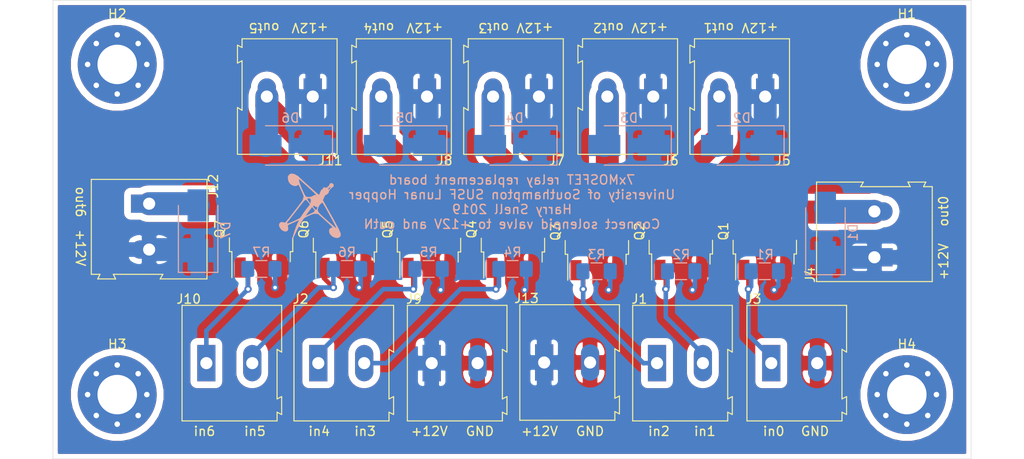
<source format=kicad_pcb>
(kicad_pcb (version 20171130) (host pcbnew "(5.1.4)-1")
  (layers (0 F.Cu signal) (31 B.Cu signal) (34 B.Paste user) (35 F.Paste user) (36 B.SilkS user) (37 F.SilkS user) (38 B.Mask user) (39 F.Mask user) (44 Edge.Cuts user))
  (net 0 "")
  (net 1 /trigger2)
  (net 2 /trigger1)
  (net 3 /trigger4)
  (net 4 /trigger3)
  (net 5 GND)
  (net 6 /trigger0)
  (net 7 +12V)
  (net 8 /trigger6)
  (net 9 /trigger5)
  (net 10 "Net-(D1-Pad2)")
  (net 11 "Net-(D2-Pad2)")
  (net 12 "Net-(D3-Pad2)")
  (net 13 "Net-(D4-Pad2)")
  (net 14 "Net-(D5-Pad2)")
  (net 15 "Net-(D6-Pad2)")
  (net 16 "Net-(D7-Pad2)")
  (module relay-replacement-board:lunar_hopper_logo_small (layer B.Cu) (at 113 92.4 180)
    (fp_text reference G*** hide)
    (fp_text value LOGO hide)
  )
  (module MountingHole:MountingHole_4.3mm_M4_Pad_Via (layer F.Cu) (at 92 77)
    (fp_text reference H2 (at 0 -5.5) (layer F.SilkS))
    (fp_text value MountingHole_4.3mm_M4_Pad_Via)
    (pad 1 thru_hole circle (at 2.280419 -2.280419) (size 0.9 0.9) (drill 0.6) (layers *.Cu *.Mask))
    (pad 1 thru_hole circle (at 0 -3.225) (size 0.9 0.9) (drill 0.6) (layers *.Cu *.Mask))
    (pad 1 thru_hole circle (at -2.280419 -2.280419) (size 0.9 0.9) (drill 0.6) (layers *.Cu *.Mask))
    (pad 1 thru_hole circle (at -3.225 0) (size 0.9 0.9) (drill 0.6) (layers *.Cu *.Mask))
    (pad 1 thru_hole circle (at -2.280419 2.280419) (size 0.9 0.9) (drill 0.6) (layers *.Cu *.Mask))
    (pad 1 thru_hole circle (at 0 3.225) (size 0.9 0.9) (drill 0.6) (layers *.Cu *.Mask))
    (pad 1 thru_hole circle (at 2.280419 2.280419) (size 0.9 0.9) (drill 0.6) (layers *.Cu *.Mask))
    (pad 1 thru_hole circle (at 3.225 0) (size 0.9 0.9) (drill 0.6) (layers *.Cu *.Mask))
    (pad 1 thru_hole circle (at 0 0) (size 8.6 8.6) (drill 4.3) (layers *.Cu *.Mask))
  )
  (module MountingHole:MountingHole_4.3mm_M4_Pad_Via (layer F.Cu) (at 178 77)
    (fp_text reference H1 (at 0 -5.5) (layer F.SilkS))
    (fp_text value MountingHole_4.3mm_M4_Pad_Via)
    (pad 1 thru_hole circle (at 2.280419 -2.280419) (size 0.9 0.9) (drill 0.6) (layers *.Cu *.Mask))
    (pad 1 thru_hole circle (at 0 -3.225) (size 0.9 0.9) (drill 0.6) (layers *.Cu *.Mask))
    (pad 1 thru_hole circle (at -2.280419 -2.280419) (size 0.9 0.9) (drill 0.6) (layers *.Cu *.Mask))
    (pad 1 thru_hole circle (at -3.225 0) (size 0.9 0.9) (drill 0.6) (layers *.Cu *.Mask))
    (pad 1 thru_hole circle (at -2.280419 2.280419) (size 0.9 0.9) (drill 0.6) (layers *.Cu *.Mask))
    (pad 1 thru_hole circle (at 0 3.225) (size 0.9 0.9) (drill 0.6) (layers *.Cu *.Mask))
    (pad 1 thru_hole circle (at 2.280419 2.280419) (size 0.9 0.9) (drill 0.6) (layers *.Cu *.Mask))
    (pad 1 thru_hole circle (at 3.225 0) (size 0.9 0.9) (drill 0.6) (layers *.Cu *.Mask))
    (pad 1 thru_hole circle (at 0 0) (size 8.6 8.6) (drill 4.3) (layers *.Cu *.Mask))
  )
  (module MountingHole:MountingHole_4.3mm_M4_Pad_Via (layer F.Cu) (at 92 113)
    (fp_text reference H3 (at 0 -5.5) (layer F.SilkS))
    (fp_text value MountingHole_4.3mm_M4_Pad_Via)
    (pad 1 thru_hole circle (at 2.280419 -2.280419) (size 0.9 0.9) (drill 0.6) (layers *.Cu *.Mask))
    (pad 1 thru_hole circle (at 0 -3.225) (size 0.9 0.9) (drill 0.6) (layers *.Cu *.Mask))
    (pad 1 thru_hole circle (at -2.280419 -2.280419) (size 0.9 0.9) (drill 0.6) (layers *.Cu *.Mask))
    (pad 1 thru_hole circle (at -3.225 0) (size 0.9 0.9) (drill 0.6) (layers *.Cu *.Mask))
    (pad 1 thru_hole circle (at -2.280419 2.280419) (size 0.9 0.9) (drill 0.6) (layers *.Cu *.Mask))
    (pad 1 thru_hole circle (at 0 3.225) (size 0.9 0.9) (drill 0.6) (layers *.Cu *.Mask))
    (pad 1 thru_hole circle (at 2.280419 2.280419) (size 0.9 0.9) (drill 0.6) (layers *.Cu *.Mask))
    (pad 1 thru_hole circle (at 3.225 0) (size 0.9 0.9) (drill 0.6) (layers *.Cu *.Mask))
    (pad 1 thru_hole circle (at 0 0) (size 8.6 8.6) (drill 4.3) (layers *.Cu *.Mask))
  )
  (module MountingHole:MountingHole_4.3mm_M4_Pad_Via (layer F.Cu) (at 178 113)
    (fp_text reference H4 (at 0 -5.5) (layer F.SilkS))
    (fp_text value MountingHole_4.3mm_M4_Pad_Via)
    (pad 1 thru_hole circle (at 2.280419 -2.280419) (size 0.9 0.9) (drill 0.6) (layers *.Cu *.Mask))
    (pad 1 thru_hole circle (at 0 -3.225) (size 0.9 0.9) (drill 0.6) (layers *.Cu *.Mask))
    (pad 1 thru_hole circle (at -2.280419 -2.280419) (size 0.9 0.9) (drill 0.6) (layers *.Cu *.Mask))
    (pad 1 thru_hole circle (at -3.225 0) (size 0.9 0.9) (drill 0.6) (layers *.Cu *.Mask))
    (pad 1 thru_hole circle (at -2.280419 2.280419) (size 0.9 0.9) (drill 0.6) (layers *.Cu *.Mask))
    (pad 1 thru_hole circle (at 0 3.225) (size 0.9 0.9) (drill 0.6) (layers *.Cu *.Mask))
    (pad 1 thru_hole circle (at 2.280419 2.280419) (size 0.9 0.9) (drill 0.6) (layers *.Cu *.Mask))
    (pad 1 thru_hole circle (at 3.225 0) (size 0.9 0.9) (drill 0.6) (layers *.Cu *.Mask))
    (pad 1 thru_hole circle (at 0 0) (size 8.6 8.6) (drill 4.3) (layers *.Cu *.Mask))
  )
  (module Diode_SMD:D_SMB_Handsoldering (layer B.Cu) (at 100.81 95.074 90)
    (fp_text reference D7 (at 0 3 90) (layer B.SilkS) (effects (justify mirror)))
    (fp_text value D)
    (pad 2 smd rect (at 2.7 0 90) (size 3.5 2.3) (layers B.Cu B.Paste B.Mask) (net 16 "Net-(D7-Pad2)"))
    (pad 1 smd rect (at -2.7 0 90) (size 3.5 2.3) (layers B.Cu B.Paste B.Mask) (net 7 +12V))
  )
  (module Diode_SMD:D_SMB_Handsoldering (layer B.Cu) (at 110.85 85.836 180)
    (fp_text reference D6 (at 0 3) (layer B.SilkS) (effects (justify mirror)))
    (fp_text value D)
    (pad 2 smd rect (at 2.7 0 180) (size 3.5 2.3) (layers B.Cu B.Paste B.Mask) (net 15 "Net-(D6-Pad2)"))
    (pad 1 smd rect (at -2.7 0 180) (size 3.5 2.3) (layers B.Cu B.Paste B.Mask) (net 7 +12V))
  )
  (module Diode_SMD:D_SMB_Handsoldering (layer B.Cu) (at 123.296 85.836 180)
    (fp_text reference D5 (at 0 3) (layer B.SilkS) (effects (justify mirror)))
    (fp_text value D)
    (pad 2 smd rect (at 2.7 0 180) (size 3.5 2.3) (layers B.Cu B.Paste B.Mask) (net 14 "Net-(D5-Pad2)"))
    (pad 1 smd rect (at -2.7 0 180) (size 3.5 2.3) (layers B.Cu B.Paste B.Mask) (net 7 +12V))
  )
  (module Diode_SMD:D_SMB_Handsoldering (layer B.Cu) (at 135.3 85.836 180)
    (fp_text reference D4 (at 0 3) (layer B.SilkS) (effects (justify mirror)))
    (fp_text value D)
    (pad 2 smd rect (at 2.7 0 180) (size 3.5 2.3) (layers B.Cu B.Paste B.Mask) (net 13 "Net-(D4-Pad2)"))
    (pad 1 smd rect (at -2.7 0 180) (size 3.5 2.3) (layers B.Cu B.Paste B.Mask) (net 7 +12V))
  )
  (module Diode_SMD:D_SMB_Handsoldering (layer B.Cu) (at 147.746 85.836 180)
    (fp_text reference D3 (at 0 3) (layer B.SilkS) (effects (justify mirror)))
    (fp_text value D)
    (pad 2 smd rect (at 2.7 0 180) (size 3.5 2.3) (layers B.Cu B.Paste B.Mask) (net 12 "Net-(D3-Pad2)"))
    (pad 1 smd rect (at -2.7 0 180) (size 3.5 2.3) (layers B.Cu B.Paste B.Mask) (net 7 +12V))
  )
  (module Diode_SMD:D_SMB_Handsoldering (layer B.Cu) (at 160.032 85.836 180)
    (fp_text reference D2 (at 0 3) (layer B.SilkS) (effects (justify mirror)))
    (fp_text value D)
    (pad 2 smd rect (at 2.7 0 180) (size 3.5 2.3) (layers B.Cu B.Paste B.Mask) (net 11 "Net-(D2-Pad2)"))
    (pad 1 smd rect (at -2.7 0 180) (size 3.5 2.3) (layers B.Cu B.Paste B.Mask) (net 7 +12V))
  )
  (module Diode_SMD:D_SMB_Handsoldering (layer B.Cu) (at 169.136 95.328 90)
    (fp_text reference D1 (at 0 3 90) (layer B.SilkS) (effects (justify mirror)))
    (fp_text value D)
    (pad 2 smd rect (at 2.7 0 90) (size 3.5 2.3) (layers B.Cu B.Paste B.Mask) (net 10 "Net-(D1-Pad2)"))
    (pad 1 smd rect (at -2.7 0 90) (size 3.5 2.3) (layers B.Cu B.Paste B.Mask) (net 7 +12V))
  )
  (module Resistor_SMD:R_1206_3216Metric_Pad1.42x1.75mm_HandSolder (layer B.Cu) (at 135.0635 99.298 180)
    (fp_text reference R4 (at 0 1.82) (layer B.SilkS) (effects (justify mirror)))
    (fp_text value 10K)
    (pad 2 smd roundrect (at 1.4875 0 180) (size 1.425 1.75) (layers B.Cu B.Paste B.Mask) (roundrect_rratio 0.175439) (net 4 /trigger3))
    (pad 1 smd roundrect (at -1.4875 0 180) (size 1.425 1.75) (layers B.Cu B.Paste B.Mask) (roundrect_rratio 0.175439) (net 5 GND))
  )
  (module TerminalBlock:TerminalBlock_Altech_AK300-2_P5.00mm (layer F.Cu) (at 101.708 109.57)
    (fp_text reference J10 (at -1.92 -6.99) (layer F.SilkS))
    (fp_text value Conn_01x02)
    (pad 2 thru_hole oval (at 5 0) (size 1.98 3.96) (drill 1.32) (layers *.Cu *.Mask) (net 9 /trigger5))
    (pad 1 thru_hole rect (at 0 0) (size 1.98 3.96) (drill 1.32) (layers *.Cu *.Mask) (net 8 /trigger6))
  )
  (module TerminalBlock:TerminalBlock_Altech_AK300-2_P5.00mm (layer F.Cu) (at 138.5 109.5)
    (fp_text reference J13 (at -1.92 -6.99) (layer F.SilkS))
    (fp_text value Conn_01x02)
    (pad 2 thru_hole oval (at 5 0) (size 1.98 3.96) (drill 1.32) (layers *.Cu *.Mask) (net 5 GND))
    (pad 1 thru_hole rect (at 0 0) (size 1.98 3.96) (drill 1.32) (layers *.Cu *.Mask) (net 7 +12V))
  )
  (module Resistor_SMD:R_1206_3216Metric_Pad1.42x1.75mm_HandSolder (layer B.Cu) (at 107.7045 99.298 180)
    (fp_text reference R7 (at 0 1.82) (layer B.SilkS) (effects (justify mirror)))
    (fp_text value 10K)
    (pad 2 smd roundrect (at 1.4875 0 180) (size 1.425 1.75) (layers B.Cu B.Paste B.Mask) (roundrect_rratio 0.175439) (net 8 /trigger6))
    (pad 1 smd roundrect (at -1.4875 0 180) (size 1.425 1.75) (layers B.Cu B.Paste B.Mask) (roundrect_rratio 0.175439) (net 5 GND))
  )
  (module Resistor_SMD:R_1206_3216Metric_Pad1.42x1.75mm_HandSolder (layer B.Cu) (at 117.0295 99.298 180)
    (fp_text reference R6 (at 0 1.82) (layer B.SilkS) (effects (justify mirror)))
    (fp_text value 10K)
    (pad 2 smd roundrect (at 1.4875 0 180) (size 1.425 1.75) (layers B.Cu B.Paste B.Mask) (roundrect_rratio 0.175439) (net 9 /trigger5))
    (pad 1 smd roundrect (at -1.4875 0 180) (size 1.425 1.75) (layers B.Cu B.Paste B.Mask) (roundrect_rratio 0.175439) (net 5 GND))
  )
  (module Resistor_SMD:R_1206_3216Metric_Pad1.42x1.75mm_HandSolder (layer B.Cu) (at 125.9195 99.298 180)
    (fp_text reference R5 (at 0 1.82) (layer B.SilkS) (effects (justify mirror)))
    (fp_text value 10K)
    (pad 1 smd roundrect (at -1.4875 0 180) (size 1.425 1.75) (layers B.Cu B.Paste B.Mask) (roundrect_rratio 0.175439) (net 5 GND))
    (pad 2 smd roundrect (at 1.4875 0 180) (size 1.425 1.75) (layers B.Cu B.Paste B.Mask) (roundrect_rratio 0.175439) (net 3 /trigger4))
  )
  (module Resistor_SMD:R_1206_3216Metric_Pad1.42x1.75mm_HandSolder (layer B.Cu) (at 144.2075 99.552 180)
    (fp_text reference R3 (at 0 1.82) (layer B.SilkS) (effects (justify mirror)))
    (fp_text value 10K)
    (pad 2 smd roundrect (at 1.4875 0 180) (size 1.425 1.75) (layers B.Cu B.Paste B.Mask) (roundrect_rratio 0.175439) (net 1 /trigger2))
    (pad 1 smd roundrect (at -1.4875 0 180) (size 1.425 1.75) (layers B.Cu B.Paste B.Mask) (roundrect_rratio 0.175439) (net 5 GND))
  )
  (module Resistor_SMD:R_1206_3216Metric_Pad1.42x1.75mm_HandSolder (layer B.Cu) (at 153.4245 99.552 180)
    (fp_text reference R2 (at 0 1.82) (layer B.SilkS) (effects (justify mirror)))
    (fp_text value 10K)
    (pad 2 smd roundrect (at 1.4875 0 180) (size 1.425 1.75) (layers B.Cu B.Paste B.Mask) (roundrect_rratio 0.175439) (net 2 /trigger1))
    (pad 1 smd roundrect (at -1.4875 0 180) (size 1.425 1.75) (layers B.Cu B.Paste B.Mask) (roundrect_rratio 0.175439) (net 5 GND))
  )
  (module Resistor_SMD:R_1206_3216Metric_Pad1.42x1.75mm_HandSolder (layer B.Cu) (at 162.532 99.552 180)
    (fp_text reference R1 (at 0 1.82) (layer B.SilkS) (effects (justify mirror)))
    (fp_text value 10K)
    (pad 2 smd roundrect (at 1.4875 0 180) (size 1.425 1.75) (layers B.Cu B.Paste B.Mask) (roundrect_rratio 0.175439) (net 6 /trigger0))
    (pad 1 smd roundrect (at -1.4875 0 180) (size 1.425 1.75) (layers B.Cu B.Paste B.Mask) (roundrect_rratio 0.175439) (net 5 GND))
  )
  (module Package_TO_SOT_SMD:TO-252-2 (layer F.Cu) (at 107.669 94.945 90)
    (fp_text reference Q7 (at 0 -4.5 90) (layer F.SilkS))
    (fp_text value NVD5865NL)
    (pad 2 smd rect (at 2.1 0 90) (size 6.4 5.8) (layers F.Cu F.Mask) (net 16 "Net-(D7-Pad2)"))
    (pad 3 smd rect (at -4.2 2.28 90) (size 2.2 1.2) (layers F.Cu F.Paste F.Mask) (net 5 GND))
    (pad 1 smd rect (at -4.2 -2.28 90) (size 2.2 1.2) (layers F.Cu F.Paste F.Mask) (net 8 /trigger6))
  )
  (module Package_TO_SOT_SMD:TO-252-2 (layer F.Cu) (at 116.812 94.98 90)
    (fp_text reference Q6 (at 0 -4.5 90) (layer F.SilkS))
    (fp_text value NVD5865NL)
    (pad 2 smd rect (at 2.1 0 90) (size 6.4 5.8) (layers F.Cu F.Mask) (net 15 "Net-(D6-Pad2)"))
    (pad 3 smd rect (at -4.2 2.28 90) (size 2.2 1.2) (layers F.Cu F.Paste F.Mask) (net 5 GND))
    (pad 1 smd rect (at -4.2 -2.28 90) (size 2.2 1.2) (layers F.Cu F.Paste F.Mask) (net 9 /trigger5))
  )
  (module Package_TO_SOT_SMD:TO-252-2 (layer F.Cu) (at 125.956 94.98 90)
    (fp_text reference Q5 (at 0 -4.5 90) (layer F.SilkS))
    (fp_text value NVD5865NL)
    (pad 2 smd rect (at 2.1 0 90) (size 6.4 5.8) (layers F.Cu F.Mask) (net 14 "Net-(D5-Pad2)"))
    (pad 3 smd rect (at -4.2 2.28 90) (size 2.2 1.2) (layers F.Cu F.Paste F.Mask) (net 5 GND))
    (pad 1 smd rect (at -4.2 -2.28 90) (size 2.2 1.2) (layers F.Cu F.Paste F.Mask) (net 3 /trigger4))
  )
  (module Package_TO_SOT_SMD:TO-252-2 (layer F.Cu) (at 135.1 94.98 90)
    (fp_text reference Q4 (at 0 -4.5 90) (layer F.SilkS))
    (fp_text value NVD5865NL)
    (pad 2 smd rect (at 2.1 0 90) (size 6.4 5.8) (layers F.Cu F.Mask) (net 13 "Net-(D4-Pad2)"))
    (pad 3 smd rect (at -4.2 2.28 90) (size 2.2 1.2) (layers F.Cu F.Paste F.Mask) (net 5 GND))
    (pad 1 smd rect (at -4.2 -2.28 90) (size 2.2 1.2) (layers F.Cu F.Paste F.Mask) (net 4 /trigger3))
  )
  (module Package_TO_SOT_SMD:TO-252-2 (layer F.Cu) (at 144.244 95.234 90)
    (fp_text reference Q3 (at 0 -4.5 90) (layer F.SilkS))
    (fp_text value NVD5865NL)
    (pad 1 smd rect (at -4.2 -2.28 90) (size 2.2 1.2) (layers F.Cu F.Paste F.Mask) (net 1 /trigger2))
    (pad 3 smd rect (at -4.2 2.28 90) (size 2.2 1.2) (layers F.Cu F.Paste F.Mask) (net 5 GND))
    (pad 2 smd rect (at 2.1 0 90) (size 6.4 5.8) (layers F.Cu F.Mask) (net 12 "Net-(D3-Pad2)"))
  )
  (module Package_TO_SOT_SMD:TO-252-2 (layer F.Cu) (at 153.387 95.199 90)
    (fp_text reference Q2 (at 0 -4.5 90) (layer F.SilkS))
    (fp_text value NVD5865NL)
    (pad 2 smd rect (at 2.1 0 90) (size 6.4 5.8) (layers F.Cu F.Mask) (net 11 "Net-(D2-Pad2)"))
    (pad 3 smd rect (at -4.2 2.28 90) (size 2.2 1.2) (layers F.Cu F.Paste F.Mask) (net 5 GND))
    (pad 1 smd rect (at -4.2 -2.28 90) (size 2.2 1.2) (layers F.Cu F.Paste F.Mask) (net 2 /trigger1))
  )
  (module Package_TO_SOT_SMD:TO-252-2 (layer F.Cu) (at 162.533 95.199 90)
    (fp_text reference Q1 (at 0 -4.5 90) (layer F.SilkS))
    (fp_text value NVD5865NL)
    (pad 2 smd rect (at 2.1 0 90) (size 6.4 5.8) (layers F.Cu F.Mask) (net 10 "Net-(D1-Pad2)"))
    (pad 3 smd rect (at -4.2 2.28 90) (size 2.2 1.2) (layers F.Cu F.Paste F.Mask) (net 5 GND))
    (pad 1 smd rect (at -4.2 -2.28 90) (size 2.2 1.2) (layers F.Cu F.Paste F.Mask) (net 6 /trigger0))
  )
  (module TerminalBlock:TerminalBlock_Altech_AK300-2_P5.00mm (layer F.Cu) (at 95.476 92.186 270)
    (fp_text reference J12 (at -1.92 -6.99 90) (layer F.SilkS))
    (fp_text value Conn_01x02)
    (pad 2 thru_hole oval (at 5 0 270) (size 1.98 3.96) (drill 1.32) (layers *.Cu *.Mask) (net 7 +12V))
    (pad 1 thru_hole rect (at 0 0 270) (size 1.98 3.96) (drill 1.32) (layers *.Cu *.Mask) (net 16 "Net-(D7-Pad2)"))
  )
  (module TerminalBlock:TerminalBlock_Altech_AK300-2_P5.00mm (layer F.Cu) (at 113.296 80.502 180)
    (fp_text reference J11 (at -1.92 -6.99) (layer F.SilkS))
    (fp_text value Conn_01x02)
    (pad 2 thru_hole oval (at 5 0 180) (size 1.98 3.96) (drill 1.32) (layers *.Cu *.Mask) (net 15 "Net-(D6-Pad2)"))
    (pad 1 thru_hole rect (at 0 0 180) (size 1.98 3.96) (drill 1.32) (layers *.Cu *.Mask) (net 7 +12V))
  )
  (module TerminalBlock:TerminalBlock_Altech_AK300-2_P5.00mm (layer F.Cu) (at 126.25 109.57)
    (fp_text reference J9 (at -1.92 -6.99) (layer F.SilkS))
    (fp_text value Conn_01x02)
    (pad 2 thru_hole oval (at 5 0) (size 1.98 3.96) (drill 1.32) (layers *.Cu *.Mask) (net 5 GND))
    (pad 1 thru_hole rect (at 0 0) (size 1.98 3.96) (drill 1.32) (layers *.Cu *.Mask) (net 7 +12V))
  )
  (module TerminalBlock:TerminalBlock_Altech_AK300-2_P5.00mm (layer F.Cu) (at 125.742 80.502 180)
    (fp_text reference J8 (at -1.92 -6.99) (layer F.SilkS))
    (fp_text value Conn_01x02)
    (pad 2 thru_hole oval (at 5 0 180) (size 1.98 3.96) (drill 1.32) (layers *.Cu *.Mask) (net 14 "Net-(D5-Pad2)"))
    (pad 1 thru_hole rect (at 0 0 180) (size 1.98 3.96) (drill 1.32) (layers *.Cu *.Mask) (net 7 +12V))
  )
  (module TerminalBlock:TerminalBlock_Altech_AK300-2_P5.00mm (layer F.Cu) (at 137.934 80.502 180)
    (fp_text reference J7 (at -1.92 -6.99) (layer F.SilkS))
    (fp_text value Conn_01x02)
    (pad 2 thru_hole oval (at 5 0 180) (size 1.98 3.96) (drill 1.32) (layers *.Cu *.Mask) (net 13 "Net-(D4-Pad2)"))
    (pad 1 thru_hole rect (at 0 0 180) (size 1.98 3.96) (drill 1.32) (layers *.Cu *.Mask) (net 7 +12V))
  )
  (module TerminalBlock:TerminalBlock_Altech_AK300-2_P5.00mm (layer F.Cu) (at 150.38 80.502 180)
    (fp_text reference J6 (at -1.92 -6.99) (layer F.SilkS))
    (fp_text value Conn_01x02)
    (pad 2 thru_hole oval (at 5 0 180) (size 1.98 3.96) (drill 1.32) (layers *.Cu *.Mask) (net 12 "Net-(D3-Pad2)"))
    (pad 1 thru_hole rect (at 0 0 180) (size 1.98 3.96) (drill 1.32) (layers *.Cu *.Mask) (net 7 +12V))
  )
  (module TerminalBlock:TerminalBlock_Altech_AK300-2_P5.00mm (layer F.Cu) (at 162.572 80.502 180)
    (fp_text reference J5 (at -1.92 -6.99) (layer F.SilkS))
    (fp_text value Conn_01x02)
    (pad 2 thru_hole oval (at 5 0 180) (size 1.98 3.96) (drill 1.32) (layers *.Cu *.Mask) (net 11 "Net-(D2-Pad2)"))
    (pad 1 thru_hole rect (at 0 0 180) (size 1.98 3.96) (drill 1.32) (layers *.Cu *.Mask) (net 7 +12V))
  )
  (module TerminalBlock:TerminalBlock_Altech_AK300-2_P5.00mm (layer F.Cu) (at 174.47 98.028 90)
    (fp_text reference J4 (at -1.92 -6.99 90) (layer F.SilkS))
    (fp_text value Conn_01x02)
    (pad 2 thru_hole oval (at 5 0 90) (size 1.98 3.96) (drill 1.32) (layers *.Cu *.Mask) (net 10 "Net-(D1-Pad2)"))
    (pad 1 thru_hole rect (at 0 0 90) (size 1.98 3.96) (drill 1.32) (layers *.Cu *.Mask) (net 7 +12V))
  )
  (module TerminalBlock:TerminalBlock_Altech_AK300-2_P5.00mm (layer F.Cu) (at 163.238 109.57)
    (fp_text reference J3 (at -1.92 -6.99) (layer F.SilkS))
    (fp_text value Conn_01x02)
    (pad 2 thru_hole oval (at 5 0) (size 1.98 3.96) (drill 1.32) (layers *.Cu *.Mask) (net 5 GND))
    (pad 1 thru_hole rect (at 0 0) (size 1.98 3.96) (drill 1.32) (layers *.Cu *.Mask) (net 6 /trigger0))
  )
  (module TerminalBlock:TerminalBlock_Altech_AK300-2_P5.00mm (layer F.Cu) (at 113.9 109.57)
    (fp_text reference J2 (at -1.92 -6.99) (layer F.SilkS))
    (fp_text value Conn_01x02)
    (pad 2 thru_hole oval (at 5 0) (size 1.98 3.96) (drill 1.32) (layers *.Cu *.Mask) (net 4 /trigger3))
    (pad 1 thru_hole rect (at 0 0) (size 1.98 3.96) (drill 1.32) (layers *.Cu *.Mask) (net 3 /trigger4))
  )
  (module TerminalBlock:TerminalBlock_Altech_AK300-2_P5.00mm (layer F.Cu) (at 150.792 109.57)
    (fp_text reference J1 (at -1.92 -6.99) (layer F.SilkS))
    (fp_text value Conn_01x02)
    (pad 2 thru_hole oval (at 5 0) (size 1.98 3.96) (drill 1.32) (layers *.Cu *.Mask) (net 2 /trigger1))
    (pad 1 thru_hole rect (at 0 0) (size 1.98 3.96) (drill 1.32) (layers *.Cu *.Mask) (net 1 /trigger2))
  )
  (gr_text out0 (at 182 93 90) (layer F.SilkS) (effects (font (size 1 1))))
  (gr_text out1 (at 157.5 73 180) (layer F.SilkS) (effects (font (size 1 1))))
  (gr_text out2 (at 145.5 73 180) (layer F.SilkS) (effects (font (size 1 1))))
  (gr_text out3 (at 133 73 180) (layer F.SilkS) (effects (font (size 1 1))))
  (gr_text out4 (at 120.5 73 180) (layer F.SilkS) (effects (font (size 1 1))))
  (gr_text out5 (at 108 73 180) (layer F.SilkS) (effects (font (size 1 1))))
  (gr_text out6 (at 88 92 270) (layer F.SilkS) (effects (font (size 1 1))))
  (gr_text in6 (at 101.5 117) (layer F.SilkS) (effects (font (size 1 1))))
  (gr_text in5 (at 107 117) (layer F.SilkS) (effects (font (size 1 1))))
  (gr_text in4 (at 114 117) (layer F.SilkS) (effects (font (size 1 1))))
  (gr_text in3 (at 119 117) (layer F.SilkS) (effects (font (size 1 1))))
  (gr_text in2 (at 151 117) (layer F.SilkS) (effects (font (size 1 1))))
  (gr_text "in1\n" (at 156 117) (layer F.SilkS) (effects (font (size 1 1))))
  (gr_text in0 (at 163.5 117) (layer F.SilkS) (effects (font (size 1 1))))
  (gr_text GND (at 131.5 117) (layer F.SilkS) (effects (font (size 1 1))))
  (gr_text GND (at 168 117) (layer F.SilkS) (effects (font (size 1 1))))
  (gr_text GND (at 143.5 117) (layer F.SilkS) (effects (font (size 1 1))))
  (gr_text +12V (at 162 73 180) (layer F.SilkS) (effects (font (size 1 1))))
  (gr_text +12V (at 150 73 180) (layer F.SilkS) (effects (font (size 1 1))))
  (gr_text +12V (at 137.5 73 180) (layer F.SilkS) (effects (font (size 1 1))))
  (gr_text +12V (at 125.5 73 180) (layer F.SilkS) (effects (font (size 1 1))))
  (gr_text +12V (at 113 73 180) (layer F.SilkS) (effects (font (size 1 1))))
  (gr_text +12V (at 182 98.5 90) (layer F.SilkS) (effects (font (size 1 1))))
  (gr_text +12V (at 88 97 270) (layer F.SilkS) (effects (font (size 1 1))))
  (gr_text +12V (at 138 117) (layer F.SilkS) (effects (font (size 1 1))))
  (gr_text +12V (at 126 117) (layer F.SilkS) (effects (font (size 1 1))))
  (gr_line (start 185 120) (end 85 120) (layer Edge.Cuts) (width 0.05))
  (gr_line (start 85 70) (end 85 120) (layer Edge.Cuts) (width 0.05))
  (gr_line (start 185 70) (end 85 70) (layer Edge.Cuts) (width 0.05))
  (gr_line (start 185 120) (end 185 70) (layer Edge.Cuts) (width 0.05))
  (gr_text "7xMOSFET relay replacement board\nUniversity of Southampton SUSF Lunar Hopper\nHarry Snell 2019\nConnect solenoid valve to +12V and outN" (at 135 92) (layer B.SilkS) (effects (font (size 1 1)) (justify mirror)))
  (via (at 142.75 101.5) (size 0.8) (drill 0.4) (layers F.Cu B.Cu) (net 1))
  (segment (start 142.75 103.018) (end 142.75 101.5) (width 0.5) (layer B.Cu) (net 1))
  (segment (start 150.792 109.57) (end 149.302 109.57) (width 0.5) (layer B.Cu) (net 1))
  (segment (start 149.302 109.57) (end 142.75 103.018) (width 0.5) (layer B.Cu) (net 1))
  (segment (start 142.75 100.22) (end 141.964 99.434) (width 0.5) (layer F.Cu) (net 1))
  (segment (start 142.75 101.5) (end 142.75 100.22) (width 0.5) (layer F.Cu) (net 1))
  (segment (start 142.72 101.47) (end 142.75 101.5) (width 0.5) (layer B.Cu) (net 1))
  (segment (start 142.72 99.552) (end 142.72 101.47) (width 0.5) (layer B.Cu) (net 1))
  (via (at 151.75 101.5) (size 0.8) (drill 0.4) (layers F.Cu B.Cu) (net 2))
  (segment (start 151.75 104.538) (end 151.75 101.5) (width 0.5) (layer B.Cu) (net 2))
  (segment (start 155.792 109.57) (end 155.792 108.58) (width 0.5) (layer B.Cu) (net 2))
  (segment (start 155.792 108.58) (end 151.75 104.538) (width 0.5) (layer B.Cu) (net 2))
  (segment (start 151.75 100.042) (end 151.107 99.399) (width 0.5) (layer F.Cu) (net 2))
  (segment (start 151.75 101.5) (end 151.75 100.042) (width 0.5) (layer F.Cu) (net 2))
  (segment (start 151.937 101.313) (end 151.75 101.5) (width 0.5) (layer B.Cu) (net 2))
  (segment (start 151.937 99.552) (end 151.937 101.313) (width 0.5) (layer B.Cu) (net 2))
  (segment (start 113.9 108.58) (end 113.9 109.57) (width 0.5) (layer F.Cu) (net 3))
  (via (at 124.25 101.5) (size 0.8) (drill 0.4) (layers F.Cu B.Cu) (net 3))
  (segment (start 120.98 101.5) (end 124.25 101.5) (width 0.5) (layer B.Cu) (net 3))
  (segment (start 113.9 109.57) (end 113.9 108.58) (width 0.5) (layer B.Cu) (net 3))
  (segment (start 113.9 108.58) (end 120.98 101.5) (width 0.5) (layer B.Cu) (net 3))
  (segment (start 124.25 99.754) (end 123.676 99.18) (width 0.5) (layer F.Cu) (net 3))
  (segment (start 124.25 101.5) (end 124.25 99.754) (width 0.5) (layer F.Cu) (net 3))
  (segment (start 124.432 101.318) (end 124.25 101.5) (width 0.5) (layer B.Cu) (net 3))
  (segment (start 124.432 99.298) (end 124.432 101.318) (width 0.5) (layer B.Cu) (net 3))
  (via (at 133.25 101.5) (size 0.8) (drill 0.4) (layers F.Cu B.Cu) (net 4))
  (segment (start 129.382002 101.5) (end 133.25 101.5) (width 0.5) (layer B.Cu) (net 4))
  (segment (start 118.9 109.57) (end 121.312002 109.57) (width 0.5) (layer B.Cu) (net 4))
  (segment (start 121.312002 109.57) (end 129.382002 101.5) (width 0.5) (layer B.Cu) (net 4))
  (segment (start 133.25 99.61) (end 132.82 99.18) (width 0.5) (layer F.Cu) (net 4))
  (segment (start 133.25 101.5) (end 133.25 99.61) (width 0.5) (layer F.Cu) (net 4))
  (segment (start 133.576 101.174) (end 133.25 101.5) (width 0.5) (layer B.Cu) (net 4))
  (segment (start 133.576 99.298) (end 133.576 101.174) (width 0.5) (layer B.Cu) (net 4))
  (via (at 109.192 101.33) (size 0.8) (drill 0.4) (layers F.Cu B.Cu) (net 5))
  (segment (start 109.192 99.298) (end 109.192 101.33) (width 0.5) (layer B.Cu) (net 5))
  (via (at 118.336 101.33) (size 0.8) (drill 0.4) (layers F.Cu B.Cu) (net 5))
  (segment (start 118.517 99.298) (end 118.517 101.149) (width 0.5) (layer B.Cu) (net 5))
  (segment (start 118.517 101.149) (end 118.336 101.33) (width 0.5) (layer B.Cu) (net 5))
  (via (at 127.226 101.584) (size 0.8) (drill 0.4) (layers F.Cu B.Cu) (net 5))
  (segment (start 127.407 99.298) (end 127.407 101.403) (width 0.5) (layer B.Cu) (net 5))
  (segment (start 127.407 101.403) (end 127.226 101.584) (width 0.5) (layer B.Cu) (net 5))
  (via (at 136.37 101.584) (size 0.8) (drill 0.4) (layers F.Cu B.Cu) (net 5))
  (segment (start 136.551 99.298) (end 136.551 101.403) (width 0.5) (layer B.Cu) (net 5))
  (segment (start 136.551 101.403) (end 136.37 101.584) (width 0.5) (layer B.Cu) (net 5))
  (via (at 145.514 101.584) (size 0.8) (drill 0.4) (layers F.Cu B.Cu) (net 5))
  (segment (start 145.695 99.552) (end 145.695 101.403) (width 0.5) (layer B.Cu) (net 5))
  (segment (start 145.695 101.403) (end 145.514 101.584) (width 0.5) (layer B.Cu) (net 5))
  (via (at 154.658 101.584) (size 0.8) (drill 0.4) (layers F.Cu B.Cu) (net 5))
  (segment (start 154.912 99.552) (end 154.912 101.33) (width 0.5) (layer B.Cu) (net 5))
  (segment (start 154.912 101.33) (end 154.658 101.584) (width 0.5) (layer B.Cu) (net 5))
  (via (at 163.548 101.584) (size 0.8) (drill 0.4) (layers F.Cu B.Cu) (net 5))
  (segment (start 164.0195 99.552) (end 164.0195 101.1125) (width 0.5) (layer B.Cu) (net 5))
  (segment (start 164.0195 101.1125) (end 163.548 101.584) (width 0.5) (layer B.Cu) (net 5))
  (segment (start 163.238 109.57) (end 163.238 108.988) (width 0.5) (layer B.Cu) (net 6))
  (via (at 160.75 101.5) (size 0.8) (drill 0.4) (layers F.Cu B.Cu) (net 6))
  (segment (start 163.238 108.988) (end 160.75 106.5) (width 0.5) (layer B.Cu) (net 6))
  (segment (start 160.75 106.5) (end 160.75 101.5) (width 0.5) (layer B.Cu) (net 6))
  (segment (start 160.75 99.896) (end 160.253 99.399) (width 0.5) (layer F.Cu) (net 6))
  (segment (start 160.75 101.5) (end 160.75 99.896) (width 0.5) (layer F.Cu) (net 6))
  (segment (start 161.0445 101.2055) (end 160.75 101.5) (width 0.5) (layer B.Cu) (net 6))
  (segment (start 161.0445 99.552) (end 161.0445 101.2055) (width 0.5) (layer B.Cu) (net 6))
  (segment (start 162.572 85.676) (end 162.732 85.836) (width 2.5) (layer B.Cu) (net 7))
  (segment (start 162.572 80.502) (end 162.572 85.676) (width 2.5) (layer B.Cu) (net 7))
  (segment (start 137.934 85.77) (end 138 85.836) (width 2.5) (layer B.Cu) (net 7))
  (segment (start 137.934 80.502) (end 137.934 85.77) (width 2.5) (layer B.Cu) (net 7))
  (segment (start 125.742 85.582) (end 125.996 85.836) (width 2.5) (layer B.Cu) (net 7))
  (segment (start 125.742 80.502) (end 125.742 85.582) (width 2.5) (layer B.Cu) (net 7))
  (segment (start 113.296 85.582) (end 113.55 85.836) (width 2.5) (layer B.Cu) (net 7))
  (segment (start 113.296 80.502) (end 113.296 85.582) (width 2.5) (layer B.Cu) (net 7))
  (segment (start 150.38 85.77) (end 150.446 85.836) (width 2.5) (layer B.Cu) (net 7))
  (segment (start 150.38 80.502) (end 150.38 85.77) (width 2.5) (layer B.Cu) (net 7))
  (segment (start 100.222 97.186) (end 100.81 97.774) (width 2.5) (layer B.Cu) (net 7))
  (segment (start 95.476 97.186) (end 100.222 97.186) (width 2.5) (layer B.Cu) (net 7))
  (segment (start 174.47 98.028) (end 169.136 98.028) (width 2.5) (layer B.Cu) (net 7))
  (via (at 106.25 101.5) (size 0.8) (drill 0.4) (layers F.Cu B.Cu) (net 8))
  (segment (start 101.708 109.57) (end 101.708 106.042) (width 0.5) (layer B.Cu) (net 8))
  (segment (start 101.708 106.042) (end 106.25 101.5) (width 0.5) (layer B.Cu) (net 8))
  (segment (start 106.25 100.006) (end 105.389 99.145) (width 0.5) (layer F.Cu) (net 8))
  (segment (start 106.25 101.5) (end 106.25 100.006) (width 0.5) (layer F.Cu) (net 8))
  (segment (start 106.217 101.467) (end 106.25 101.5) (width 0.5) (layer B.Cu) (net 8))
  (segment (start 106.217 99.298) (end 106.217 101.467) (width 0.5) (layer B.Cu) (net 8))
  (via (at 115.542 101.33) (size 0.8) (drill 0.4) (layers F.Cu B.Cu) (net 9))
  (segment (start 115.542 99.298) (end 115.542 101.33) (width 0.5) (layer B.Cu) (net 9))
  (segment (start 114.532 100.32) (end 115.542 101.33) (width 0.5) (layer F.Cu) (net 9))
  (segment (start 114.532 99.18) (end 114.532 100.32) (width 0.5) (layer F.Cu) (net 9))
  (segment (start 114.976315 101.33) (end 115.542 101.33) (width 0.5) (layer B.Cu) (net 9))
  (segment (start 113.958 101.33) (end 114.976315 101.33) (width 0.5) (layer B.Cu) (net 9))
  (segment (start 106.708 108.58) (end 113.958 101.33) (width 0.5) (layer B.Cu) (net 9))
  (segment (start 106.708 109.57) (end 106.708 108.58) (width 0.5) (layer B.Cu) (net 9))
  (segment (start 169.536 93.028) (end 169.136 92.628) (width 2.5) (layer B.Cu) (net 10))
  (segment (start 174.47 93.028) (end 169.536 93.028) (width 2.5) (layer B.Cu) (net 10))
  (segment (start 174.399 93.099) (end 174.47 93.028) (width 2.5) (layer F.Cu) (net 10))
  (segment (start 162.533 93.099) (end 174.399 93.099) (width 2.5) (layer F.Cu) (net 10))
  (segment (start 157.572 85.596) (end 157.332 85.836) (width 2.5) (layer B.Cu) (net 11))
  (segment (start 157.572 80.502) (end 157.572 85.596) (width 2.5) (layer B.Cu) (net 11))
  (segment (start 153.387 93.099) (end 153.387 89.113) (width 2.5) (layer F.Cu) (net 11))
  (segment (start 153.387 89.113) (end 157 85.5) (width 2.5) (layer F.Cu) (net 11))
  (segment (start 157.572 84.982) (end 157.572 80.502) (width 2.5) (layer F.Cu) (net 11))
  (segment (start 157.054 85.5) (end 157.572 84.982) (width 2.5) (layer F.Cu) (net 11))
  (segment (start 157 85.5) (end 157.054 85.5) (width 2.5) (layer F.Cu) (net 11))
  (segment (start 145.34 92.334) (end 145.446 92.44) (width 2.5) (layer F.Cu) (net 12))
  (segment (start 145.38 85.502) (end 145.046 85.836) (width 2.5) (layer B.Cu) (net 12))
  (segment (start 145.38 80.502) (end 145.38 85.502) (width 2.5) (layer B.Cu) (net 12))
  (segment (start 144.244 93.134) (end 144.244 89.744) (width 2.5) (layer F.Cu) (net 12))
  (segment (start 145.38 88.608) (end 145.38 80.502) (width 2.5) (layer F.Cu) (net 12))
  (segment (start 144.244 89.744) (end 145.38 88.608) (width 2.5) (layer F.Cu) (net 12))
  (segment (start 132.934 80.502) (end 132.934 85.502) (width 2.5) (layer B.Cu) (net 13))
  (segment (start 132.934 85.502) (end 132.6 85.836) (width 2.5) (layer B.Cu) (net 13))
  (segment (start 135.1 92.88) (end 135.1 88.6) (width 2.5) (layer F.Cu) (net 13))
  (segment (start 132.934 86.434) (end 132.934 80.502) (width 2.5) (layer F.Cu) (net 13))
  (segment (start 135.1 88.6) (end 132.934 86.434) (width 2.5) (layer F.Cu) (net 13))
  (segment (start 120.742 85.69) (end 120.596 85.836) (width 2.5) (layer B.Cu) (net 14))
  (segment (start 120.742 80.502) (end 120.742 85.69) (width 2.5) (layer B.Cu) (net 14))
  (segment (start 125.956 92.88) (end 125.956 90.456) (width 2.5) (layer F.Cu) (net 14))
  (segment (start 120.742 85.242) (end 120.742 80.502) (width 2.5) (layer F.Cu) (net 14))
  (segment (start 125.956 90.456) (end 120.742 85.242) (width 2.5) (layer F.Cu) (net 14))
  (segment (start 108.296 85.69) (end 108.15 85.836) (width 2.5) (layer B.Cu) (net 15))
  (segment (start 108.296 80.502) (end 108.296 85.69) (width 2.5) (layer B.Cu) (net 15))
  (segment (start 116.812 92.88) (end 116.812 90.312) (width 2.5) (layer F.Cu) (net 15))
  (segment (start 116.812 90.008) (end 116.812 90.312) (width 2.5) (layer F.Cu) (net 15))
  (segment (start 108.296 81.492) (end 116.812 90.008) (width 2.5) (layer F.Cu) (net 15))
  (segment (start 108.296 80.502) (end 108.296 81.492) (width 2.5) (layer F.Cu) (net 15))
  (segment (start 100.622 92.186) (end 100.81 92.374) (width 2.5) (layer B.Cu) (net 16))
  (segment (start 95.476 92.186) (end 100.622 92.186) (width 2.5) (layer B.Cu) (net 16))
  (segment (start 107.01 92.186) (end 107.669 92.845) (width 2.5) (layer F.Cu) (net 16))
  (segment (start 95.476 92.186) (end 107.01 92.186) (width 2.5) (layer F.Cu) (net 16))
  (zone (net 7) (net_name +12V) (layer B.Cu) (connect_pads (clearance 0.508)) (min_thickness 0.254) (fill yes (arc_segments 32) (thermal_gap 0.508) (thermal_bridge_width 1.6))
    (polygon (pts (xy 85 70) (xy 85 120) (xy 185 120) (xy 185 70)))
  )
  (zone (net 5) (net_name GND) (layer F.Cu) (connect_pads (clearance 0.508)) (min_thickness 0.254) (fill yes (arc_segments 32) (thermal_gap 0.508) (thermal_bridge_width 1.6))
    (polygon (pts (xy 85 70) (xy 85 120) (xy 185 120) (xy 185 70)))
  )
)
</source>
